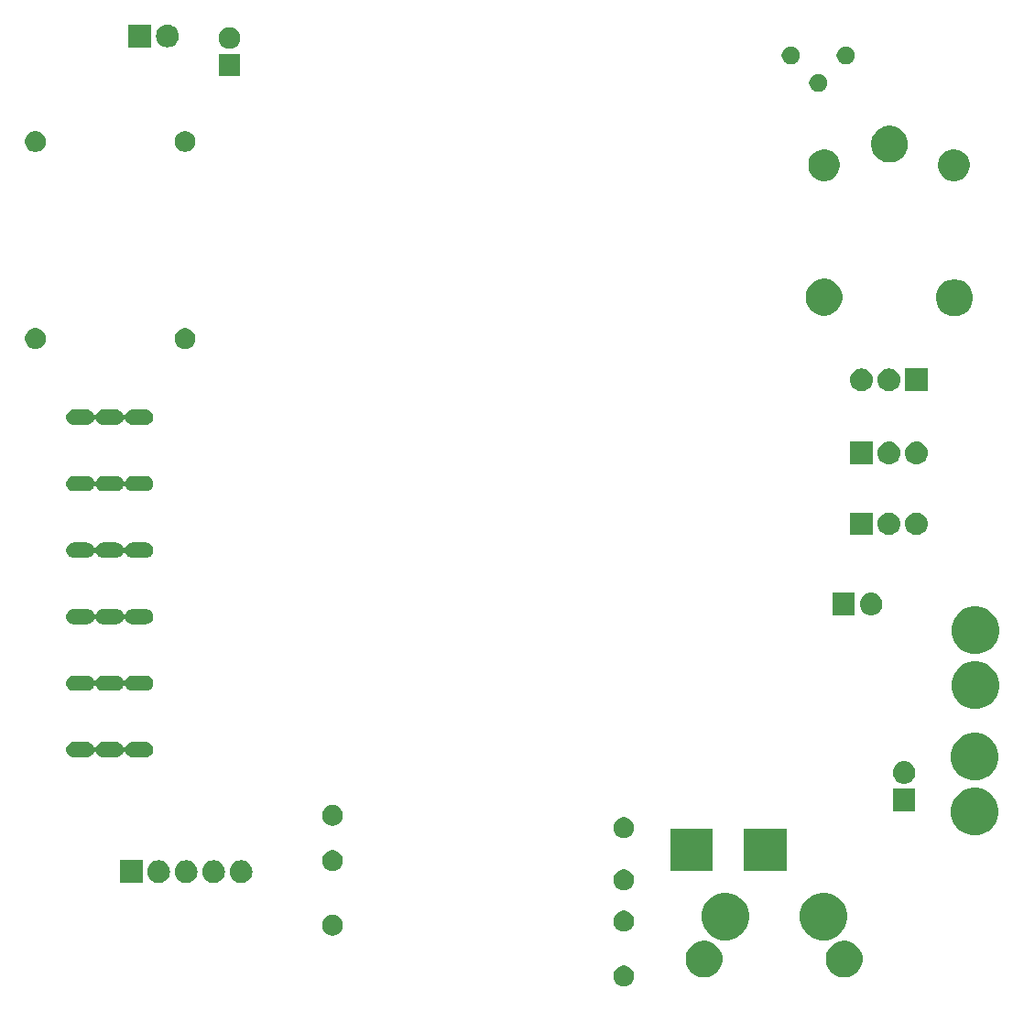
<source format=gts>
G04 #@! TF.GenerationSoftware,KiCad,Pcbnew,(6.0.0-rc1-dev-637-g704615721)*
G04 #@! TF.CreationDate,2018-10-01T23:53:43+02:00*
G04 #@! TF.ProjectId,fan-v1.0,66616E2D76312E302E6B696361645F70,rev?*
G04 #@! TF.SameCoordinates,Original*
G04 #@! TF.FileFunction,Soldermask,Top*
G04 #@! TF.FilePolarity,Negative*
%FSLAX46Y46*%
G04 Gerber Fmt 4.6, Leading zero omitted, Abs format (unit mm)*
G04 Created by KiCad (PCBNEW (6.0.0-rc1-dev-637-g704615721)) date 10/01/18 23:53:43*
%MOMM*%
%LPD*%
G01*
G04 APERTURE LIST*
%ADD10C,0.100000*%
G04 APERTURE END LIST*
D10*
G36*
X117476203Y-124931968D02*
X117476206Y-124931969D01*
X117476205Y-124931969D01*
X117651278Y-125004486D01*
X117651279Y-125004487D01*
X117808841Y-125109767D01*
X117942833Y-125243759D01*
X117942834Y-125243761D01*
X118048114Y-125401322D01*
X118104203Y-125536734D01*
X118120632Y-125576397D01*
X118157600Y-125762250D01*
X118157600Y-125951750D01*
X118120632Y-126137603D01*
X118120631Y-126137605D01*
X118048114Y-126312678D01*
X118048113Y-126312679D01*
X117942833Y-126470241D01*
X117808841Y-126604233D01*
X117729523Y-126657232D01*
X117651278Y-126709514D01*
X117515866Y-126765603D01*
X117476203Y-126782032D01*
X117290350Y-126819000D01*
X117100850Y-126819000D01*
X116914997Y-126782032D01*
X116875334Y-126765603D01*
X116739922Y-126709514D01*
X116661677Y-126657232D01*
X116582359Y-126604233D01*
X116448367Y-126470241D01*
X116343087Y-126312679D01*
X116343086Y-126312678D01*
X116270569Y-126137605D01*
X116270568Y-126137603D01*
X116233600Y-125951750D01*
X116233600Y-125762250D01*
X116270568Y-125576397D01*
X116286997Y-125536734D01*
X116343086Y-125401322D01*
X116448366Y-125243761D01*
X116448367Y-125243759D01*
X116582359Y-125109767D01*
X116739921Y-125004487D01*
X116739922Y-125004486D01*
X116914995Y-124931969D01*
X116914994Y-124931969D01*
X116914997Y-124931968D01*
X117100850Y-124895000D01*
X117290350Y-124895000D01*
X117476203Y-124931968D01*
X117476203Y-124931968D01*
G37*
G36*
X137952793Y-122638453D02*
X138062272Y-122660230D01*
X138371652Y-122788379D01*
X138650087Y-122974423D01*
X138886877Y-123211213D01*
X139072921Y-123489648D01*
X139201070Y-123799028D01*
X139266400Y-124127465D01*
X139266400Y-124462335D01*
X139201070Y-124790772D01*
X139072921Y-125100152D01*
X138886877Y-125378587D01*
X138650087Y-125615377D01*
X138371652Y-125801421D01*
X138062272Y-125929570D01*
X137952793Y-125951347D01*
X137733837Y-125994900D01*
X137398963Y-125994900D01*
X137180007Y-125951347D01*
X137070528Y-125929570D01*
X136761148Y-125801421D01*
X136482713Y-125615377D01*
X136245923Y-125378587D01*
X136059879Y-125100152D01*
X135931730Y-124790772D01*
X135866400Y-124462335D01*
X135866400Y-124127465D01*
X135931730Y-123799028D01*
X136059879Y-123489648D01*
X136245923Y-123211213D01*
X136482713Y-122974423D01*
X136761148Y-122788379D01*
X137070528Y-122660230D01*
X137180007Y-122638453D01*
X137398963Y-122594900D01*
X137733837Y-122594900D01*
X137952793Y-122638453D01*
X137952793Y-122638453D01*
G37*
G36*
X124998793Y-122638453D02*
X125108272Y-122660230D01*
X125417652Y-122788379D01*
X125696087Y-122974423D01*
X125932877Y-123211213D01*
X126118921Y-123489648D01*
X126247070Y-123799028D01*
X126312400Y-124127465D01*
X126312400Y-124462335D01*
X126247070Y-124790772D01*
X126118921Y-125100152D01*
X125932877Y-125378587D01*
X125696087Y-125615377D01*
X125417652Y-125801421D01*
X125108272Y-125929570D01*
X124998793Y-125951347D01*
X124779837Y-125994900D01*
X124444963Y-125994900D01*
X124226007Y-125951347D01*
X124116528Y-125929570D01*
X123807148Y-125801421D01*
X123528713Y-125615377D01*
X123291923Y-125378587D01*
X123105879Y-125100152D01*
X122977730Y-124790772D01*
X122912400Y-124462335D01*
X122912400Y-124127465D01*
X122977730Y-123799028D01*
X123105879Y-123489648D01*
X123291923Y-123211213D01*
X123528713Y-122974423D01*
X123807148Y-122788379D01*
X124116528Y-122660230D01*
X124226007Y-122638453D01*
X124444963Y-122594900D01*
X124779837Y-122594900D01*
X124998793Y-122638453D01*
X124998793Y-122638453D01*
G37*
G36*
X127222616Y-118242444D02*
X127622990Y-118408284D01*
X127983321Y-118649050D01*
X128289750Y-118955479D01*
X128530516Y-119315810D01*
X128696356Y-119716184D01*
X128780900Y-120141217D01*
X128780900Y-120574583D01*
X128696356Y-120999616D01*
X128530516Y-121399990D01*
X128289750Y-121760321D01*
X127983321Y-122066750D01*
X127622990Y-122307516D01*
X127222616Y-122473356D01*
X126797583Y-122557900D01*
X126364217Y-122557900D01*
X125939184Y-122473356D01*
X125538810Y-122307516D01*
X125178479Y-122066750D01*
X124872050Y-121760321D01*
X124631284Y-121399990D01*
X124465444Y-120999616D01*
X124380900Y-120574583D01*
X124380900Y-120141217D01*
X124465444Y-119716184D01*
X124631284Y-119315810D01*
X124872050Y-118955479D01*
X125178479Y-118649050D01*
X125538810Y-118408284D01*
X125939184Y-118242444D01*
X126364217Y-118157900D01*
X126797583Y-118157900D01*
X127222616Y-118242444D01*
X127222616Y-118242444D01*
G37*
G36*
X136303116Y-118242444D02*
X136703490Y-118408284D01*
X137063821Y-118649050D01*
X137370250Y-118955479D01*
X137611016Y-119315810D01*
X137776856Y-119716184D01*
X137861400Y-120141217D01*
X137861400Y-120574583D01*
X137776856Y-120999616D01*
X137611016Y-121399990D01*
X137370250Y-121760321D01*
X137063821Y-122066750D01*
X136703490Y-122307516D01*
X136303116Y-122473356D01*
X135878083Y-122557900D01*
X135444717Y-122557900D01*
X135019684Y-122473356D01*
X134619310Y-122307516D01*
X134258979Y-122066750D01*
X133952550Y-121760321D01*
X133711784Y-121399990D01*
X133545944Y-120999616D01*
X133461400Y-120574583D01*
X133461400Y-120141217D01*
X133545944Y-119716184D01*
X133711784Y-119315810D01*
X133952550Y-118955479D01*
X134258979Y-118649050D01*
X134619310Y-118408284D01*
X135019684Y-118242444D01*
X135444717Y-118157900D01*
X135878083Y-118157900D01*
X136303116Y-118242444D01*
X136303116Y-118242444D01*
G37*
G36*
X90552203Y-120232968D02*
X90552206Y-120232969D01*
X90552205Y-120232969D01*
X90727278Y-120305486D01*
X90750978Y-120321322D01*
X90884841Y-120410767D01*
X91018833Y-120544759D01*
X91038761Y-120574583D01*
X91124114Y-120702322D01*
X91180203Y-120837734D01*
X91196632Y-120877397D01*
X91233600Y-121063250D01*
X91233600Y-121252750D01*
X91196632Y-121438603D01*
X91196631Y-121438605D01*
X91124114Y-121613678D01*
X91071832Y-121691923D01*
X91018833Y-121771241D01*
X90884841Y-121905233D01*
X90805523Y-121958232D01*
X90727278Y-122010514D01*
X90591866Y-122066603D01*
X90552203Y-122083032D01*
X90366350Y-122120000D01*
X90176850Y-122120000D01*
X89990997Y-122083032D01*
X89951334Y-122066603D01*
X89815922Y-122010514D01*
X89737677Y-121958232D01*
X89658359Y-121905233D01*
X89524367Y-121771241D01*
X89471368Y-121691923D01*
X89419086Y-121613678D01*
X89346569Y-121438605D01*
X89346568Y-121438603D01*
X89309600Y-121252750D01*
X89309600Y-121063250D01*
X89346568Y-120877397D01*
X89362997Y-120837734D01*
X89419086Y-120702322D01*
X89504439Y-120574583D01*
X89524367Y-120544759D01*
X89658359Y-120410767D01*
X89792222Y-120321322D01*
X89815922Y-120305486D01*
X89990995Y-120232969D01*
X89990994Y-120232969D01*
X89990997Y-120232968D01*
X90176850Y-120196000D01*
X90366350Y-120196000D01*
X90552203Y-120232968D01*
X90552203Y-120232968D01*
G37*
G36*
X117476203Y-119851968D02*
X117476206Y-119851969D01*
X117476205Y-119851969D01*
X117651278Y-119924486D01*
X117651279Y-119924487D01*
X117808841Y-120029767D01*
X117942833Y-120163759D01*
X117942834Y-120163761D01*
X118048114Y-120321322D01*
X118085163Y-120410767D01*
X118120632Y-120496397D01*
X118157600Y-120682250D01*
X118157600Y-120871750D01*
X118120632Y-121057603D01*
X118104203Y-121097266D01*
X118048114Y-121232678D01*
X118048113Y-121232679D01*
X117942833Y-121390241D01*
X117808841Y-121524233D01*
X117729523Y-121577232D01*
X117651278Y-121629514D01*
X117515866Y-121685603D01*
X117476203Y-121702032D01*
X117290350Y-121739000D01*
X117100850Y-121739000D01*
X116914997Y-121702032D01*
X116875334Y-121685603D01*
X116739922Y-121629514D01*
X116661677Y-121577232D01*
X116582359Y-121524233D01*
X116448367Y-121390241D01*
X116343087Y-121232679D01*
X116343086Y-121232678D01*
X116286997Y-121097266D01*
X116270568Y-121057603D01*
X116233600Y-120871750D01*
X116233600Y-120682250D01*
X116270568Y-120496397D01*
X116306037Y-120410767D01*
X116343086Y-120321322D01*
X116448366Y-120163761D01*
X116448367Y-120163759D01*
X116582359Y-120029767D01*
X116739921Y-119924487D01*
X116739922Y-119924486D01*
X116914995Y-119851969D01*
X116914994Y-119851969D01*
X116914997Y-119851968D01*
X117100850Y-119815000D01*
X117290350Y-119815000D01*
X117476203Y-119851968D01*
X117476203Y-119851968D01*
G37*
G36*
X117476203Y-116041968D02*
X117476206Y-116041969D01*
X117476205Y-116041969D01*
X117651278Y-116114486D01*
X117651279Y-116114487D01*
X117808841Y-116219767D01*
X117942833Y-116353759D01*
X117942834Y-116353761D01*
X118048114Y-116511322D01*
X118088475Y-116608763D01*
X118120632Y-116686397D01*
X118157600Y-116872250D01*
X118157600Y-117061750D01*
X118120632Y-117247603D01*
X118120631Y-117247605D01*
X118048114Y-117422678D01*
X118048113Y-117422679D01*
X117942833Y-117580241D01*
X117808841Y-117714233D01*
X117729523Y-117767232D01*
X117651278Y-117819514D01*
X117515866Y-117875603D01*
X117476203Y-117892032D01*
X117290350Y-117929000D01*
X117100850Y-117929000D01*
X116914997Y-117892032D01*
X116875334Y-117875603D01*
X116739922Y-117819514D01*
X116661677Y-117767232D01*
X116582359Y-117714233D01*
X116448367Y-117580241D01*
X116343087Y-117422679D01*
X116343086Y-117422678D01*
X116270569Y-117247605D01*
X116270568Y-117247603D01*
X116233600Y-117061750D01*
X116233600Y-116872250D01*
X116270568Y-116686397D01*
X116302725Y-116608763D01*
X116343086Y-116511322D01*
X116448366Y-116353761D01*
X116448367Y-116353759D01*
X116582359Y-116219767D01*
X116739921Y-116114487D01*
X116739922Y-116114486D01*
X116914995Y-116041969D01*
X116914994Y-116041969D01*
X116914997Y-116041968D01*
X117100850Y-116005000D01*
X117290350Y-116005000D01*
X117476203Y-116041968D01*
X117476203Y-116041968D01*
G37*
G36*
X81942107Y-115162596D02*
X82019236Y-115170193D01*
X82151187Y-115210220D01*
X82217163Y-115230233D01*
X82399572Y-115327733D01*
X82559454Y-115458946D01*
X82690667Y-115618828D01*
X82788167Y-115801237D01*
X82808180Y-115867213D01*
X82848207Y-115999164D01*
X82868480Y-116205000D01*
X82848207Y-116410836D01*
X82817725Y-116511321D01*
X82788167Y-116608763D01*
X82690667Y-116791172D01*
X82559454Y-116951054D01*
X82399572Y-117082267D01*
X82217163Y-117179767D01*
X82151187Y-117199780D01*
X82019236Y-117239807D01*
X81942107Y-117247404D01*
X81864980Y-117255000D01*
X81761820Y-117255000D01*
X81684693Y-117247404D01*
X81607564Y-117239807D01*
X81475613Y-117199780D01*
X81409637Y-117179767D01*
X81227228Y-117082267D01*
X81067346Y-116951054D01*
X80936133Y-116791172D01*
X80838633Y-116608763D01*
X80809075Y-116511321D01*
X80778593Y-116410836D01*
X80758320Y-116205000D01*
X80778593Y-115999164D01*
X80818620Y-115867213D01*
X80838633Y-115801237D01*
X80936133Y-115618828D01*
X81067346Y-115458946D01*
X81227228Y-115327733D01*
X81409637Y-115230233D01*
X81475613Y-115210220D01*
X81607564Y-115170193D01*
X81684693Y-115162596D01*
X81761820Y-115155000D01*
X81864980Y-115155000D01*
X81942107Y-115162596D01*
X81942107Y-115162596D01*
G37*
G36*
X72703400Y-117255000D02*
X70603400Y-117255000D01*
X70603400Y-115155000D01*
X72703400Y-115155000D01*
X72703400Y-117255000D01*
X72703400Y-117255000D01*
G37*
G36*
X79402107Y-115162596D02*
X79479236Y-115170193D01*
X79611187Y-115210220D01*
X79677163Y-115230233D01*
X79859572Y-115327733D01*
X80019454Y-115458946D01*
X80150667Y-115618828D01*
X80248167Y-115801237D01*
X80268180Y-115867213D01*
X80308207Y-115999164D01*
X80328480Y-116205000D01*
X80308207Y-116410836D01*
X80277725Y-116511321D01*
X80248167Y-116608763D01*
X80150667Y-116791172D01*
X80019454Y-116951054D01*
X79859572Y-117082267D01*
X79677163Y-117179767D01*
X79611187Y-117199780D01*
X79479236Y-117239807D01*
X79402107Y-117247404D01*
X79324980Y-117255000D01*
X79221820Y-117255000D01*
X79144693Y-117247404D01*
X79067564Y-117239807D01*
X78935613Y-117199780D01*
X78869637Y-117179767D01*
X78687228Y-117082267D01*
X78527346Y-116951054D01*
X78396133Y-116791172D01*
X78298633Y-116608763D01*
X78269075Y-116511321D01*
X78238593Y-116410836D01*
X78218320Y-116205000D01*
X78238593Y-115999164D01*
X78278620Y-115867213D01*
X78298633Y-115801237D01*
X78396133Y-115618828D01*
X78527346Y-115458946D01*
X78687228Y-115327733D01*
X78869637Y-115230233D01*
X78935613Y-115210220D01*
X79067564Y-115170193D01*
X79144693Y-115162596D01*
X79221820Y-115155000D01*
X79324980Y-115155000D01*
X79402107Y-115162596D01*
X79402107Y-115162596D01*
G37*
G36*
X76862107Y-115162596D02*
X76939236Y-115170193D01*
X77071187Y-115210220D01*
X77137163Y-115230233D01*
X77319572Y-115327733D01*
X77479454Y-115458946D01*
X77610667Y-115618828D01*
X77708167Y-115801237D01*
X77728180Y-115867213D01*
X77768207Y-115999164D01*
X77788480Y-116205000D01*
X77768207Y-116410836D01*
X77737725Y-116511321D01*
X77708167Y-116608763D01*
X77610667Y-116791172D01*
X77479454Y-116951054D01*
X77319572Y-117082267D01*
X77137163Y-117179767D01*
X77071187Y-117199780D01*
X76939236Y-117239807D01*
X76862107Y-117247404D01*
X76784980Y-117255000D01*
X76681820Y-117255000D01*
X76604693Y-117247404D01*
X76527564Y-117239807D01*
X76395613Y-117199780D01*
X76329637Y-117179767D01*
X76147228Y-117082267D01*
X75987346Y-116951054D01*
X75856133Y-116791172D01*
X75758633Y-116608763D01*
X75729075Y-116511321D01*
X75698593Y-116410836D01*
X75678320Y-116205000D01*
X75698593Y-115999164D01*
X75738620Y-115867213D01*
X75758633Y-115801237D01*
X75856133Y-115618828D01*
X75987346Y-115458946D01*
X76147228Y-115327733D01*
X76329637Y-115230233D01*
X76395613Y-115210220D01*
X76527564Y-115170193D01*
X76604693Y-115162596D01*
X76681820Y-115155000D01*
X76784980Y-115155000D01*
X76862107Y-115162596D01*
X76862107Y-115162596D01*
G37*
G36*
X74322107Y-115162596D02*
X74399236Y-115170193D01*
X74531187Y-115210220D01*
X74597163Y-115230233D01*
X74779572Y-115327733D01*
X74939454Y-115458946D01*
X75070667Y-115618828D01*
X75168167Y-115801237D01*
X75188180Y-115867213D01*
X75228207Y-115999164D01*
X75248480Y-116205000D01*
X75228207Y-116410836D01*
X75197725Y-116511321D01*
X75168167Y-116608763D01*
X75070667Y-116791172D01*
X74939454Y-116951054D01*
X74779572Y-117082267D01*
X74597163Y-117179767D01*
X74531187Y-117199780D01*
X74399236Y-117239807D01*
X74322107Y-117247404D01*
X74244980Y-117255000D01*
X74141820Y-117255000D01*
X74064693Y-117247404D01*
X73987564Y-117239807D01*
X73855613Y-117199780D01*
X73789637Y-117179767D01*
X73607228Y-117082267D01*
X73447346Y-116951054D01*
X73316133Y-116791172D01*
X73218633Y-116608763D01*
X73189075Y-116511321D01*
X73158593Y-116410836D01*
X73138320Y-116205000D01*
X73158593Y-115999164D01*
X73198620Y-115867213D01*
X73218633Y-115801237D01*
X73316133Y-115618828D01*
X73447346Y-115458946D01*
X73607228Y-115327733D01*
X73789637Y-115230233D01*
X73855613Y-115210220D01*
X73987564Y-115170193D01*
X74064693Y-115162596D01*
X74141820Y-115155000D01*
X74244980Y-115155000D01*
X74322107Y-115162596D01*
X74322107Y-115162596D01*
G37*
G36*
X90552203Y-114263968D02*
X90552206Y-114263969D01*
X90552205Y-114263969D01*
X90727278Y-114336486D01*
X90727279Y-114336487D01*
X90884841Y-114441767D01*
X91018833Y-114575759D01*
X91018834Y-114575761D01*
X91124114Y-114733322D01*
X91180203Y-114868734D01*
X91196632Y-114908397D01*
X91233600Y-115094250D01*
X91233600Y-115283750D01*
X91196632Y-115469603D01*
X91196631Y-115469605D01*
X91124114Y-115644678D01*
X91124113Y-115644679D01*
X91018833Y-115802241D01*
X90884841Y-115936233D01*
X90805523Y-115989232D01*
X90727278Y-116041514D01*
X90591866Y-116097603D01*
X90552203Y-116114032D01*
X90366350Y-116151000D01*
X90176850Y-116151000D01*
X89990997Y-116114032D01*
X89951334Y-116097603D01*
X89815922Y-116041514D01*
X89737677Y-115989232D01*
X89658359Y-115936233D01*
X89524367Y-115802241D01*
X89419087Y-115644679D01*
X89419086Y-115644678D01*
X89346569Y-115469605D01*
X89346568Y-115469603D01*
X89309600Y-115283750D01*
X89309600Y-115094250D01*
X89346568Y-114908397D01*
X89362997Y-114868734D01*
X89419086Y-114733322D01*
X89524366Y-114575761D01*
X89524367Y-114575759D01*
X89658359Y-114441767D01*
X89815921Y-114336487D01*
X89815922Y-114336486D01*
X89990995Y-114263969D01*
X89990994Y-114263969D01*
X89990997Y-114263968D01*
X90176850Y-114227000D01*
X90366350Y-114227000D01*
X90552203Y-114263968D01*
X90552203Y-114263968D01*
G37*
G36*
X125426600Y-116123000D02*
X121526600Y-116123000D01*
X121526600Y-112223000D01*
X125426600Y-112223000D01*
X125426600Y-116123000D01*
X125426600Y-116123000D01*
G37*
G36*
X132226600Y-116123000D02*
X128326600Y-116123000D01*
X128326600Y-112223000D01*
X132226600Y-112223000D01*
X132226600Y-116123000D01*
X132226600Y-116123000D01*
G37*
G36*
X117476203Y-111215968D02*
X117476206Y-111215969D01*
X117476205Y-111215969D01*
X117651278Y-111288486D01*
X117651279Y-111288487D01*
X117808841Y-111393767D01*
X117942833Y-111527759D01*
X117942834Y-111527761D01*
X118048114Y-111685322D01*
X118072930Y-111745234D01*
X118120632Y-111860397D01*
X118157600Y-112046250D01*
X118157600Y-112235750D01*
X118120632Y-112421603D01*
X118120631Y-112421605D01*
X118048114Y-112596678D01*
X118048113Y-112596679D01*
X117942833Y-112754241D01*
X117808841Y-112888233D01*
X117729523Y-112941232D01*
X117651278Y-112993514D01*
X117515866Y-113049603D01*
X117476203Y-113066032D01*
X117290350Y-113103000D01*
X117100850Y-113103000D01*
X116914997Y-113066032D01*
X116875334Y-113049603D01*
X116739922Y-112993514D01*
X116661677Y-112941232D01*
X116582359Y-112888233D01*
X116448367Y-112754241D01*
X116343087Y-112596679D01*
X116343086Y-112596678D01*
X116270569Y-112421605D01*
X116270568Y-112421603D01*
X116233600Y-112235750D01*
X116233600Y-112046250D01*
X116270568Y-111860397D01*
X116318270Y-111745234D01*
X116343086Y-111685322D01*
X116448366Y-111527761D01*
X116448367Y-111527759D01*
X116582359Y-111393767D01*
X116739921Y-111288487D01*
X116739922Y-111288486D01*
X116914995Y-111215969D01*
X116914994Y-111215969D01*
X116914997Y-111215968D01*
X117100850Y-111179000D01*
X117290350Y-111179000D01*
X117476203Y-111215968D01*
X117476203Y-111215968D01*
G37*
G36*
X150273116Y-108552344D02*
X150673490Y-108718184D01*
X151033821Y-108958950D01*
X151340250Y-109265379D01*
X151581016Y-109625710D01*
X151746856Y-110026084D01*
X151831400Y-110451117D01*
X151831400Y-110884483D01*
X151746856Y-111309516D01*
X151581016Y-111709890D01*
X151340250Y-112070221D01*
X151033821Y-112376650D01*
X150673490Y-112617416D01*
X150273116Y-112783256D01*
X149848083Y-112867800D01*
X149414717Y-112867800D01*
X148989684Y-112783256D01*
X148589310Y-112617416D01*
X148228979Y-112376650D01*
X147922550Y-112070221D01*
X147681784Y-111709890D01*
X147515944Y-111309516D01*
X147431400Y-110884483D01*
X147431400Y-110451117D01*
X147515944Y-110026084D01*
X147681784Y-109625710D01*
X147922550Y-109265379D01*
X148228979Y-108958950D01*
X148589310Y-108718184D01*
X148989684Y-108552344D01*
X149414717Y-108467800D01*
X149848083Y-108467800D01*
X150273116Y-108552344D01*
X150273116Y-108552344D01*
G37*
G36*
X90552203Y-110072968D02*
X90552206Y-110072969D01*
X90552205Y-110072969D01*
X90727278Y-110145486D01*
X90727279Y-110145487D01*
X90884841Y-110250767D01*
X91018833Y-110384759D01*
X91071832Y-110464077D01*
X91124114Y-110542322D01*
X91180203Y-110677734D01*
X91196632Y-110717397D01*
X91233600Y-110903250D01*
X91233600Y-111092750D01*
X91196632Y-111278603D01*
X91196631Y-111278605D01*
X91124114Y-111453678D01*
X91124113Y-111453679D01*
X91018833Y-111611241D01*
X90884841Y-111745233D01*
X90805523Y-111798232D01*
X90727278Y-111850514D01*
X90591866Y-111906603D01*
X90552203Y-111923032D01*
X90366350Y-111960000D01*
X90176850Y-111960000D01*
X89990997Y-111923032D01*
X89951334Y-111906603D01*
X89815922Y-111850514D01*
X89737677Y-111798232D01*
X89658359Y-111745233D01*
X89524367Y-111611241D01*
X89419087Y-111453679D01*
X89419086Y-111453678D01*
X89346569Y-111278605D01*
X89346568Y-111278603D01*
X89309600Y-111092750D01*
X89309600Y-110903250D01*
X89346568Y-110717397D01*
X89362997Y-110677734D01*
X89419086Y-110542322D01*
X89471368Y-110464077D01*
X89524367Y-110384759D01*
X89658359Y-110250767D01*
X89815921Y-110145487D01*
X89815922Y-110145486D01*
X89990995Y-110072969D01*
X89990994Y-110072969D01*
X89990997Y-110072968D01*
X90176850Y-110036000D01*
X90366350Y-110036000D01*
X90552203Y-110072968D01*
X90552203Y-110072968D01*
G37*
G36*
X144153600Y-110625600D02*
X142053600Y-110625600D01*
X142053600Y-108525600D01*
X144153600Y-108525600D01*
X144153600Y-110625600D01*
X144153600Y-110625600D01*
G37*
G36*
X143232307Y-105993197D02*
X143309436Y-106000793D01*
X143441387Y-106040820D01*
X143507363Y-106060833D01*
X143689772Y-106158333D01*
X143849654Y-106289546D01*
X143980867Y-106449428D01*
X144078367Y-106631837D01*
X144078367Y-106631838D01*
X144138407Y-106829764D01*
X144158680Y-107035600D01*
X144138407Y-107241436D01*
X144121658Y-107296650D01*
X144078367Y-107439363D01*
X143980867Y-107621772D01*
X143849654Y-107781654D01*
X143689772Y-107912867D01*
X143507363Y-108010367D01*
X143441387Y-108030380D01*
X143309436Y-108070407D01*
X143232307Y-108078003D01*
X143155180Y-108085600D01*
X143052020Y-108085600D01*
X142974893Y-108078003D01*
X142897764Y-108070407D01*
X142765813Y-108030380D01*
X142699837Y-108010367D01*
X142517428Y-107912867D01*
X142357546Y-107781654D01*
X142226333Y-107621772D01*
X142128833Y-107439363D01*
X142085542Y-107296650D01*
X142068793Y-107241436D01*
X142048520Y-107035600D01*
X142068793Y-106829764D01*
X142128833Y-106631838D01*
X142128833Y-106631837D01*
X142226333Y-106449428D01*
X142357546Y-106289546D01*
X142517428Y-106158333D01*
X142699837Y-106060833D01*
X142765813Y-106040820D01*
X142897764Y-106000793D01*
X142974893Y-105993197D01*
X143052020Y-105985600D01*
X143155180Y-105985600D01*
X143232307Y-105993197D01*
X143232307Y-105993197D01*
G37*
G36*
X150273116Y-103472344D02*
X150673490Y-103638184D01*
X151033821Y-103878950D01*
X151340250Y-104185379D01*
X151581016Y-104545710D01*
X151746856Y-104946084D01*
X151831400Y-105371117D01*
X151831400Y-105804483D01*
X151746856Y-106229516D01*
X151581016Y-106629890D01*
X151340250Y-106990221D01*
X151033821Y-107296650D01*
X150673490Y-107537416D01*
X150273116Y-107703256D01*
X149848083Y-107787800D01*
X149414717Y-107787800D01*
X148989684Y-107703256D01*
X148589310Y-107537416D01*
X148228979Y-107296650D01*
X147922550Y-106990221D01*
X147681784Y-106629890D01*
X147515944Y-106229516D01*
X147431400Y-105804483D01*
X147431400Y-105371117D01*
X147515944Y-104946084D01*
X147681784Y-104545710D01*
X147922550Y-104185379D01*
X148228979Y-103878950D01*
X148589310Y-103638184D01*
X148989684Y-103472344D01*
X149414717Y-103387800D01*
X149848083Y-103387800D01*
X150273116Y-103472344D01*
X150273116Y-103472344D01*
G37*
G36*
X67691624Y-104237528D02*
X67823575Y-104277555D01*
X67945181Y-104342555D01*
X68051770Y-104430030D01*
X68139245Y-104536619D01*
X68203065Y-104656018D01*
X68216674Y-104676384D01*
X68234001Y-104693711D01*
X68254375Y-104707325D01*
X68277014Y-104716703D01*
X68301048Y-104721483D01*
X68325552Y-104721483D01*
X68349586Y-104716703D01*
X68372225Y-104707325D01*
X68392599Y-104693711D01*
X68409926Y-104676384D01*
X68423535Y-104656018D01*
X68487355Y-104536619D01*
X68574830Y-104430030D01*
X68681419Y-104342555D01*
X68803025Y-104277555D01*
X68934976Y-104237528D01*
X69037810Y-104227400D01*
X70306590Y-104227400D01*
X70409424Y-104237528D01*
X70541375Y-104277555D01*
X70662981Y-104342555D01*
X70769570Y-104430030D01*
X70857045Y-104536619D01*
X70920865Y-104656018D01*
X70934474Y-104676384D01*
X70951801Y-104693711D01*
X70972175Y-104707325D01*
X70994814Y-104716703D01*
X71018848Y-104721483D01*
X71043352Y-104721483D01*
X71067386Y-104716703D01*
X71090025Y-104707325D01*
X71110399Y-104693711D01*
X71127726Y-104676384D01*
X71141335Y-104656018D01*
X71205155Y-104536619D01*
X71292630Y-104430030D01*
X71399219Y-104342555D01*
X71520825Y-104277555D01*
X71652776Y-104237528D01*
X71755610Y-104227400D01*
X73024390Y-104227400D01*
X73127224Y-104237528D01*
X73259175Y-104277555D01*
X73380781Y-104342555D01*
X73487370Y-104430030D01*
X73574845Y-104536619D01*
X73639845Y-104658225D01*
X73679872Y-104790176D01*
X73693387Y-104927400D01*
X73679872Y-105064624D01*
X73639845Y-105196575D01*
X73574845Y-105318181D01*
X73487370Y-105424770D01*
X73380781Y-105512245D01*
X73259175Y-105577245D01*
X73127224Y-105617272D01*
X73024390Y-105627400D01*
X71755610Y-105627400D01*
X71652776Y-105617272D01*
X71520825Y-105577245D01*
X71399219Y-105512245D01*
X71292630Y-105424770D01*
X71205155Y-105318181D01*
X71141335Y-105198782D01*
X71127726Y-105178416D01*
X71110399Y-105161089D01*
X71090025Y-105147475D01*
X71067386Y-105138097D01*
X71043352Y-105133317D01*
X71018848Y-105133317D01*
X70994814Y-105138097D01*
X70972175Y-105147475D01*
X70951801Y-105161089D01*
X70934474Y-105178416D01*
X70920865Y-105198782D01*
X70857045Y-105318181D01*
X70769570Y-105424770D01*
X70662981Y-105512245D01*
X70541375Y-105577245D01*
X70409424Y-105617272D01*
X70306590Y-105627400D01*
X69037810Y-105627400D01*
X68934976Y-105617272D01*
X68803025Y-105577245D01*
X68681419Y-105512245D01*
X68574830Y-105424770D01*
X68487355Y-105318181D01*
X68423535Y-105198782D01*
X68409926Y-105178416D01*
X68392599Y-105161089D01*
X68372225Y-105147475D01*
X68349586Y-105138097D01*
X68325552Y-105133317D01*
X68301048Y-105133317D01*
X68277014Y-105138097D01*
X68254375Y-105147475D01*
X68234001Y-105161089D01*
X68216674Y-105178416D01*
X68203065Y-105198782D01*
X68139245Y-105318181D01*
X68051770Y-105424770D01*
X67945181Y-105512245D01*
X67823575Y-105577245D01*
X67691624Y-105617272D01*
X67588790Y-105627400D01*
X66320010Y-105627400D01*
X66217176Y-105617272D01*
X66085225Y-105577245D01*
X65963619Y-105512245D01*
X65857030Y-105424770D01*
X65769555Y-105318181D01*
X65704555Y-105196575D01*
X65664528Y-105064624D01*
X65651013Y-104927400D01*
X65664528Y-104790176D01*
X65704555Y-104658225D01*
X65769555Y-104536619D01*
X65857030Y-104430030D01*
X65963619Y-104342555D01*
X66085225Y-104277555D01*
X66217176Y-104237528D01*
X66320010Y-104227400D01*
X67588790Y-104227400D01*
X67691624Y-104237528D01*
X67691624Y-104237528D01*
G37*
G36*
X150323916Y-96868344D02*
X150724290Y-97034184D01*
X151084621Y-97274950D01*
X151391050Y-97581379D01*
X151631816Y-97941710D01*
X151797656Y-98342084D01*
X151882200Y-98767117D01*
X151882200Y-99200483D01*
X151797656Y-99625516D01*
X151631816Y-100025890D01*
X151391050Y-100386221D01*
X151084621Y-100692650D01*
X150724290Y-100933416D01*
X150323916Y-101099256D01*
X149898883Y-101183800D01*
X149465517Y-101183800D01*
X149040484Y-101099256D01*
X148640110Y-100933416D01*
X148279779Y-100692650D01*
X147973350Y-100386221D01*
X147732584Y-100025890D01*
X147566744Y-99625516D01*
X147482200Y-99200483D01*
X147482200Y-98767117D01*
X147566744Y-98342084D01*
X147732584Y-97941710D01*
X147973350Y-97581379D01*
X148279779Y-97274950D01*
X148640110Y-97034184D01*
X149040484Y-96868344D01*
X149465517Y-96783800D01*
X149898883Y-96783800D01*
X150323916Y-96868344D01*
X150323916Y-96868344D01*
G37*
G36*
X67691624Y-98090728D02*
X67823575Y-98130755D01*
X67945181Y-98195755D01*
X68051770Y-98283230D01*
X68139245Y-98389819D01*
X68203065Y-98509218D01*
X68216674Y-98529584D01*
X68234001Y-98546911D01*
X68254375Y-98560525D01*
X68277014Y-98569903D01*
X68301048Y-98574683D01*
X68325552Y-98574683D01*
X68349586Y-98569903D01*
X68372225Y-98560525D01*
X68392599Y-98546911D01*
X68409926Y-98529584D01*
X68423535Y-98509218D01*
X68487355Y-98389819D01*
X68574830Y-98283230D01*
X68681419Y-98195755D01*
X68803025Y-98130755D01*
X68934976Y-98090728D01*
X69037810Y-98080600D01*
X70306590Y-98080600D01*
X70409424Y-98090728D01*
X70541375Y-98130755D01*
X70662981Y-98195755D01*
X70769570Y-98283230D01*
X70857045Y-98389819D01*
X70920865Y-98509218D01*
X70934474Y-98529584D01*
X70951801Y-98546911D01*
X70972175Y-98560525D01*
X70994814Y-98569903D01*
X71018848Y-98574683D01*
X71043352Y-98574683D01*
X71067386Y-98569903D01*
X71090025Y-98560525D01*
X71110399Y-98546911D01*
X71127726Y-98529584D01*
X71141335Y-98509218D01*
X71205155Y-98389819D01*
X71292630Y-98283230D01*
X71399219Y-98195755D01*
X71520825Y-98130755D01*
X71652776Y-98090728D01*
X71755610Y-98080600D01*
X73024390Y-98080600D01*
X73127224Y-98090728D01*
X73259175Y-98130755D01*
X73380781Y-98195755D01*
X73487370Y-98283230D01*
X73574845Y-98389819D01*
X73639845Y-98511425D01*
X73679872Y-98643376D01*
X73693387Y-98780600D01*
X73679872Y-98917824D01*
X73639845Y-99049775D01*
X73574845Y-99171381D01*
X73487370Y-99277970D01*
X73380781Y-99365445D01*
X73259175Y-99430445D01*
X73127224Y-99470472D01*
X73024390Y-99480600D01*
X71755610Y-99480600D01*
X71652776Y-99470472D01*
X71520825Y-99430445D01*
X71399219Y-99365445D01*
X71292630Y-99277970D01*
X71205155Y-99171381D01*
X71141335Y-99051982D01*
X71127726Y-99031616D01*
X71110399Y-99014289D01*
X71090025Y-99000675D01*
X71067386Y-98991297D01*
X71043352Y-98986517D01*
X71018848Y-98986517D01*
X70994814Y-98991297D01*
X70972175Y-99000675D01*
X70951801Y-99014289D01*
X70934474Y-99031616D01*
X70920865Y-99051982D01*
X70857045Y-99171381D01*
X70769570Y-99277970D01*
X70662981Y-99365445D01*
X70541375Y-99430445D01*
X70409424Y-99470472D01*
X70306590Y-99480600D01*
X69037810Y-99480600D01*
X68934976Y-99470472D01*
X68803025Y-99430445D01*
X68681419Y-99365445D01*
X68574830Y-99277970D01*
X68487355Y-99171381D01*
X68423535Y-99051982D01*
X68409926Y-99031616D01*
X68392599Y-99014289D01*
X68372225Y-99000675D01*
X68349586Y-98991297D01*
X68325552Y-98986517D01*
X68301048Y-98986517D01*
X68277014Y-98991297D01*
X68254375Y-99000675D01*
X68234001Y-99014289D01*
X68216674Y-99031616D01*
X68203065Y-99051982D01*
X68139245Y-99171381D01*
X68051770Y-99277970D01*
X67945181Y-99365445D01*
X67823575Y-99430445D01*
X67691624Y-99470472D01*
X67588790Y-99480600D01*
X66320010Y-99480600D01*
X66217176Y-99470472D01*
X66085225Y-99430445D01*
X65963619Y-99365445D01*
X65857030Y-99277970D01*
X65769555Y-99171381D01*
X65704555Y-99049775D01*
X65664528Y-98917824D01*
X65651013Y-98780600D01*
X65664528Y-98643376D01*
X65704555Y-98511425D01*
X65769555Y-98389819D01*
X65857030Y-98283230D01*
X65963619Y-98195755D01*
X66085225Y-98130755D01*
X66217176Y-98090728D01*
X66320010Y-98080600D01*
X67588790Y-98080600D01*
X67691624Y-98090728D01*
X67691624Y-98090728D01*
G37*
G36*
X150323916Y-91788344D02*
X150724290Y-91954184D01*
X151084621Y-92194950D01*
X151391050Y-92501379D01*
X151631816Y-92861710D01*
X151797656Y-93262084D01*
X151882200Y-93687117D01*
X151882200Y-94120483D01*
X151797656Y-94545516D01*
X151631816Y-94945890D01*
X151391050Y-95306221D01*
X151084621Y-95612650D01*
X150724290Y-95853416D01*
X150323916Y-96019256D01*
X149898883Y-96103800D01*
X149465517Y-96103800D01*
X149040484Y-96019256D01*
X148640110Y-95853416D01*
X148279779Y-95612650D01*
X147973350Y-95306221D01*
X147732584Y-94945890D01*
X147566744Y-94545516D01*
X147482200Y-94120483D01*
X147482200Y-93687117D01*
X147566744Y-93262084D01*
X147732584Y-92861710D01*
X147973350Y-92501379D01*
X148279779Y-92194950D01*
X148640110Y-91954184D01*
X149040484Y-91788344D01*
X149465517Y-91703800D01*
X149898883Y-91703800D01*
X150323916Y-91788344D01*
X150323916Y-91788344D01*
G37*
G36*
X67691624Y-91943928D02*
X67823575Y-91983955D01*
X67945181Y-92048955D01*
X68051770Y-92136430D01*
X68139245Y-92243019D01*
X68203065Y-92362418D01*
X68216674Y-92382784D01*
X68234001Y-92400111D01*
X68254375Y-92413725D01*
X68277014Y-92423103D01*
X68301048Y-92427883D01*
X68325552Y-92427883D01*
X68349586Y-92423103D01*
X68372225Y-92413725D01*
X68392599Y-92400111D01*
X68409926Y-92382784D01*
X68423535Y-92362418D01*
X68487355Y-92243019D01*
X68574830Y-92136430D01*
X68681419Y-92048955D01*
X68803025Y-91983955D01*
X68934976Y-91943928D01*
X69037810Y-91933800D01*
X70306590Y-91933800D01*
X70409424Y-91943928D01*
X70541375Y-91983955D01*
X70662981Y-92048955D01*
X70769570Y-92136430D01*
X70857045Y-92243019D01*
X70920865Y-92362418D01*
X70934474Y-92382784D01*
X70951801Y-92400111D01*
X70972175Y-92413725D01*
X70994814Y-92423103D01*
X71018848Y-92427883D01*
X71043352Y-92427883D01*
X71067386Y-92423103D01*
X71090025Y-92413725D01*
X71110399Y-92400111D01*
X71127726Y-92382784D01*
X71141335Y-92362418D01*
X71205155Y-92243019D01*
X71292630Y-92136430D01*
X71399219Y-92048955D01*
X71520825Y-91983955D01*
X71652776Y-91943928D01*
X71755610Y-91933800D01*
X73024390Y-91933800D01*
X73127224Y-91943928D01*
X73259175Y-91983955D01*
X73380781Y-92048955D01*
X73487370Y-92136430D01*
X73574845Y-92243019D01*
X73639845Y-92364625D01*
X73679872Y-92496576D01*
X73693387Y-92633800D01*
X73679872Y-92771024D01*
X73639845Y-92902975D01*
X73574845Y-93024581D01*
X73487370Y-93131170D01*
X73380781Y-93218645D01*
X73259175Y-93283645D01*
X73127224Y-93323672D01*
X73024390Y-93333800D01*
X71755610Y-93333800D01*
X71652776Y-93323672D01*
X71520825Y-93283645D01*
X71399219Y-93218645D01*
X71292630Y-93131170D01*
X71205155Y-93024581D01*
X71141335Y-92905182D01*
X71127726Y-92884816D01*
X71110399Y-92867489D01*
X71090025Y-92853875D01*
X71067386Y-92844497D01*
X71043352Y-92839717D01*
X71018848Y-92839717D01*
X70994814Y-92844497D01*
X70972175Y-92853875D01*
X70951801Y-92867489D01*
X70934474Y-92884816D01*
X70920865Y-92905182D01*
X70857045Y-93024581D01*
X70769570Y-93131170D01*
X70662981Y-93218645D01*
X70541375Y-93283645D01*
X70409424Y-93323672D01*
X70306590Y-93333800D01*
X69037810Y-93333800D01*
X68934976Y-93323672D01*
X68803025Y-93283645D01*
X68681419Y-93218645D01*
X68574830Y-93131170D01*
X68487355Y-93024581D01*
X68423535Y-92905182D01*
X68409926Y-92884816D01*
X68392599Y-92867489D01*
X68372225Y-92853875D01*
X68349586Y-92844497D01*
X68325552Y-92839717D01*
X68301048Y-92839717D01*
X68277014Y-92844497D01*
X68254375Y-92853875D01*
X68234001Y-92867489D01*
X68216674Y-92884816D01*
X68203065Y-92905182D01*
X68139245Y-93024581D01*
X68051770Y-93131170D01*
X67945181Y-93218645D01*
X67823575Y-93283645D01*
X67691624Y-93323672D01*
X67588790Y-93333800D01*
X66320010Y-93333800D01*
X66217176Y-93323672D01*
X66085225Y-93283645D01*
X65963619Y-93218645D01*
X65857030Y-93131170D01*
X65769555Y-93024581D01*
X65704555Y-92902975D01*
X65664528Y-92771024D01*
X65651013Y-92633800D01*
X65664528Y-92496576D01*
X65704555Y-92364625D01*
X65769555Y-92243019D01*
X65857030Y-92136430D01*
X65963619Y-92048955D01*
X66085225Y-91983955D01*
X66217176Y-91943928D01*
X66320010Y-91933800D01*
X67588790Y-91933800D01*
X67691624Y-91943928D01*
X67691624Y-91943928D01*
G37*
G36*
X138565600Y-92528100D02*
X136465600Y-92528100D01*
X136465600Y-90428100D01*
X138565600Y-90428100D01*
X138565600Y-92528100D01*
X138565600Y-92528100D01*
G37*
G36*
X140184307Y-90435697D02*
X140261436Y-90443293D01*
X140393387Y-90483320D01*
X140459363Y-90503333D01*
X140641772Y-90600833D01*
X140801654Y-90732046D01*
X140932867Y-90891928D01*
X141030367Y-91074337D01*
X141030367Y-91074338D01*
X141090407Y-91272264D01*
X141110680Y-91478100D01*
X141090407Y-91683936D01*
X141084381Y-91703800D01*
X141030367Y-91881863D01*
X140932867Y-92064272D01*
X140801654Y-92224154D01*
X140641772Y-92355367D01*
X140459363Y-92452867D01*
X140393387Y-92472880D01*
X140261436Y-92512907D01*
X140184307Y-92520503D01*
X140107180Y-92528100D01*
X140004020Y-92528100D01*
X139926893Y-92520503D01*
X139849764Y-92512907D01*
X139717813Y-92472880D01*
X139651837Y-92452867D01*
X139469428Y-92355367D01*
X139309546Y-92224154D01*
X139178333Y-92064272D01*
X139080833Y-91881863D01*
X139026819Y-91703800D01*
X139020793Y-91683936D01*
X139000520Y-91478100D01*
X139020793Y-91272264D01*
X139080833Y-91074338D01*
X139080833Y-91074337D01*
X139178333Y-90891928D01*
X139309546Y-90732046D01*
X139469428Y-90600833D01*
X139651837Y-90503333D01*
X139717813Y-90483320D01*
X139849764Y-90443293D01*
X139926893Y-90435697D01*
X140004020Y-90428100D01*
X140107180Y-90428100D01*
X140184307Y-90435697D01*
X140184307Y-90435697D01*
G37*
G36*
X67691624Y-85797128D02*
X67823575Y-85837155D01*
X67945181Y-85902155D01*
X68051770Y-85989630D01*
X68139245Y-86096219D01*
X68203065Y-86215618D01*
X68216674Y-86235984D01*
X68234001Y-86253311D01*
X68254375Y-86266925D01*
X68277014Y-86276303D01*
X68301048Y-86281083D01*
X68325552Y-86281083D01*
X68349586Y-86276303D01*
X68372225Y-86266925D01*
X68392599Y-86253311D01*
X68409926Y-86235984D01*
X68423535Y-86215618D01*
X68487355Y-86096219D01*
X68574830Y-85989630D01*
X68681419Y-85902155D01*
X68803025Y-85837155D01*
X68934976Y-85797128D01*
X69037810Y-85787000D01*
X70306590Y-85787000D01*
X70409424Y-85797128D01*
X70541375Y-85837155D01*
X70662981Y-85902155D01*
X70769570Y-85989630D01*
X70857045Y-86096219D01*
X70920865Y-86215618D01*
X70934474Y-86235984D01*
X70951801Y-86253311D01*
X70972175Y-86266925D01*
X70994814Y-86276303D01*
X71018848Y-86281083D01*
X71043352Y-86281083D01*
X71067386Y-86276303D01*
X71090025Y-86266925D01*
X71110399Y-86253311D01*
X71127726Y-86235984D01*
X71141335Y-86215618D01*
X71205155Y-86096219D01*
X71292630Y-85989630D01*
X71399219Y-85902155D01*
X71520825Y-85837155D01*
X71652776Y-85797128D01*
X71755610Y-85787000D01*
X73024390Y-85787000D01*
X73127224Y-85797128D01*
X73259175Y-85837155D01*
X73380781Y-85902155D01*
X73487370Y-85989630D01*
X73574845Y-86096219D01*
X73639845Y-86217825D01*
X73679872Y-86349776D01*
X73693387Y-86487000D01*
X73679872Y-86624224D01*
X73639845Y-86756175D01*
X73574845Y-86877781D01*
X73487370Y-86984370D01*
X73380781Y-87071845D01*
X73259175Y-87136845D01*
X73127224Y-87176872D01*
X73024390Y-87187000D01*
X71755610Y-87187000D01*
X71652776Y-87176872D01*
X71520825Y-87136845D01*
X71399219Y-87071845D01*
X71292630Y-86984370D01*
X71205155Y-86877781D01*
X71141335Y-86758382D01*
X71127726Y-86738016D01*
X71110399Y-86720689D01*
X71090025Y-86707075D01*
X71067386Y-86697697D01*
X71043352Y-86692917D01*
X71018848Y-86692917D01*
X70994814Y-86697697D01*
X70972175Y-86707075D01*
X70951801Y-86720689D01*
X70934474Y-86738016D01*
X70920865Y-86758382D01*
X70857045Y-86877781D01*
X70769570Y-86984370D01*
X70662981Y-87071845D01*
X70541375Y-87136845D01*
X70409424Y-87176872D01*
X70306590Y-87187000D01*
X69037810Y-87187000D01*
X68934976Y-87176872D01*
X68803025Y-87136845D01*
X68681419Y-87071845D01*
X68574830Y-86984370D01*
X68487355Y-86877781D01*
X68423535Y-86758382D01*
X68409926Y-86738016D01*
X68392599Y-86720689D01*
X68372225Y-86707075D01*
X68349586Y-86697697D01*
X68325552Y-86692917D01*
X68301048Y-86692917D01*
X68277014Y-86697697D01*
X68254375Y-86707075D01*
X68234001Y-86720689D01*
X68216674Y-86738016D01*
X68203065Y-86758382D01*
X68139245Y-86877781D01*
X68051770Y-86984370D01*
X67945181Y-87071845D01*
X67823575Y-87136845D01*
X67691624Y-87176872D01*
X67588790Y-87187000D01*
X66320010Y-87187000D01*
X66217176Y-87176872D01*
X66085225Y-87136845D01*
X65963619Y-87071845D01*
X65857030Y-86984370D01*
X65769555Y-86877781D01*
X65704555Y-86756175D01*
X65664528Y-86624224D01*
X65651013Y-86487000D01*
X65664528Y-86349776D01*
X65704555Y-86217825D01*
X65769555Y-86096219D01*
X65857030Y-85989630D01*
X65963619Y-85902155D01*
X66085225Y-85837155D01*
X66217176Y-85797128D01*
X66320010Y-85787000D01*
X67588790Y-85787000D01*
X67691624Y-85797128D01*
X67691624Y-85797128D01*
G37*
G36*
X140216600Y-85098600D02*
X138116600Y-85098600D01*
X138116600Y-82998600D01*
X140216600Y-82998600D01*
X140216600Y-85098600D01*
X140216600Y-85098600D01*
G37*
G36*
X141835307Y-83006197D02*
X141912436Y-83013793D01*
X142044387Y-83053820D01*
X142110363Y-83073833D01*
X142292772Y-83171333D01*
X142452654Y-83302546D01*
X142583867Y-83462428D01*
X142681367Y-83644837D01*
X142681367Y-83644838D01*
X142741407Y-83842764D01*
X142761680Y-84048600D01*
X142741407Y-84254436D01*
X142701380Y-84386387D01*
X142681367Y-84452363D01*
X142583867Y-84634772D01*
X142452654Y-84794654D01*
X142292772Y-84925867D01*
X142110363Y-85023367D01*
X142044387Y-85043380D01*
X141912436Y-85083407D01*
X141835307Y-85091004D01*
X141758180Y-85098600D01*
X141655020Y-85098600D01*
X141577893Y-85091004D01*
X141500764Y-85083407D01*
X141368813Y-85043380D01*
X141302837Y-85023367D01*
X141120428Y-84925867D01*
X140960546Y-84794654D01*
X140829333Y-84634772D01*
X140731833Y-84452363D01*
X140711820Y-84386387D01*
X140671793Y-84254436D01*
X140651520Y-84048600D01*
X140671793Y-83842764D01*
X140731833Y-83644838D01*
X140731833Y-83644837D01*
X140829333Y-83462428D01*
X140960546Y-83302546D01*
X141120428Y-83171333D01*
X141302837Y-83073833D01*
X141368813Y-83053820D01*
X141500764Y-83013793D01*
X141577893Y-83006197D01*
X141655020Y-82998600D01*
X141758180Y-82998600D01*
X141835307Y-83006197D01*
X141835307Y-83006197D01*
G37*
G36*
X144375307Y-83006197D02*
X144452436Y-83013793D01*
X144584387Y-83053820D01*
X144650363Y-83073833D01*
X144832772Y-83171333D01*
X144992654Y-83302546D01*
X145123867Y-83462428D01*
X145221367Y-83644837D01*
X145221367Y-83644838D01*
X145281407Y-83842764D01*
X145301680Y-84048600D01*
X145281407Y-84254436D01*
X145241380Y-84386387D01*
X145221367Y-84452363D01*
X145123867Y-84634772D01*
X144992654Y-84794654D01*
X144832772Y-84925867D01*
X144650363Y-85023367D01*
X144584387Y-85043380D01*
X144452436Y-85083407D01*
X144375307Y-85091004D01*
X144298180Y-85098600D01*
X144195020Y-85098600D01*
X144117893Y-85091004D01*
X144040764Y-85083407D01*
X143908813Y-85043380D01*
X143842837Y-85023367D01*
X143660428Y-84925867D01*
X143500546Y-84794654D01*
X143369333Y-84634772D01*
X143271833Y-84452363D01*
X143251820Y-84386387D01*
X143211793Y-84254436D01*
X143191520Y-84048600D01*
X143211793Y-83842764D01*
X143271833Y-83644838D01*
X143271833Y-83644837D01*
X143369333Y-83462428D01*
X143500546Y-83302546D01*
X143660428Y-83171333D01*
X143842837Y-83073833D01*
X143908813Y-83053820D01*
X144040764Y-83013793D01*
X144117893Y-83006197D01*
X144195020Y-82998600D01*
X144298180Y-82998600D01*
X144375307Y-83006197D01*
X144375307Y-83006197D01*
G37*
G36*
X67691624Y-79650328D02*
X67823575Y-79690355D01*
X67945181Y-79755355D01*
X68051770Y-79842830D01*
X68139245Y-79949419D01*
X68203065Y-80068818D01*
X68216674Y-80089184D01*
X68234001Y-80106511D01*
X68254375Y-80120125D01*
X68277014Y-80129503D01*
X68301048Y-80134283D01*
X68325552Y-80134283D01*
X68349586Y-80129503D01*
X68372225Y-80120125D01*
X68392599Y-80106511D01*
X68409926Y-80089184D01*
X68423535Y-80068818D01*
X68487355Y-79949419D01*
X68574830Y-79842830D01*
X68681419Y-79755355D01*
X68803025Y-79690355D01*
X68934976Y-79650328D01*
X69037810Y-79640200D01*
X70306590Y-79640200D01*
X70409424Y-79650328D01*
X70541375Y-79690355D01*
X70662981Y-79755355D01*
X70769570Y-79842830D01*
X70857045Y-79949419D01*
X70920865Y-80068818D01*
X70934474Y-80089184D01*
X70951801Y-80106511D01*
X70972175Y-80120125D01*
X70994814Y-80129503D01*
X71018848Y-80134283D01*
X71043352Y-80134283D01*
X71067386Y-80129503D01*
X71090025Y-80120125D01*
X71110399Y-80106511D01*
X71127726Y-80089184D01*
X71141335Y-80068818D01*
X71205155Y-79949419D01*
X71292630Y-79842830D01*
X71399219Y-79755355D01*
X71520825Y-79690355D01*
X71652776Y-79650328D01*
X71755610Y-79640200D01*
X73024390Y-79640200D01*
X73127224Y-79650328D01*
X73259175Y-79690355D01*
X73380781Y-79755355D01*
X73487370Y-79842830D01*
X73574845Y-79949419D01*
X73639845Y-80071025D01*
X73679872Y-80202976D01*
X73693387Y-80340200D01*
X73679872Y-80477424D01*
X73639845Y-80609375D01*
X73574845Y-80730981D01*
X73487370Y-80837570D01*
X73380781Y-80925045D01*
X73259175Y-80990045D01*
X73127224Y-81030072D01*
X73024390Y-81040200D01*
X71755610Y-81040200D01*
X71652776Y-81030072D01*
X71520825Y-80990045D01*
X71399219Y-80925045D01*
X71292630Y-80837570D01*
X71205155Y-80730981D01*
X71141335Y-80611582D01*
X71127726Y-80591216D01*
X71110399Y-80573889D01*
X71090025Y-80560275D01*
X71067386Y-80550897D01*
X71043352Y-80546117D01*
X71018848Y-80546117D01*
X70994814Y-80550897D01*
X70972175Y-80560275D01*
X70951801Y-80573889D01*
X70934474Y-80591216D01*
X70920865Y-80611582D01*
X70857045Y-80730981D01*
X70769570Y-80837570D01*
X70662981Y-80925045D01*
X70541375Y-80990045D01*
X70409424Y-81030072D01*
X70306590Y-81040200D01*
X69037810Y-81040200D01*
X68934976Y-81030072D01*
X68803025Y-80990045D01*
X68681419Y-80925045D01*
X68574830Y-80837570D01*
X68487355Y-80730981D01*
X68423535Y-80611582D01*
X68409926Y-80591216D01*
X68392599Y-80573889D01*
X68372225Y-80560275D01*
X68349586Y-80550897D01*
X68325552Y-80546117D01*
X68301048Y-80546117D01*
X68277014Y-80550897D01*
X68254375Y-80560275D01*
X68234001Y-80573889D01*
X68216674Y-80591216D01*
X68203065Y-80611582D01*
X68139245Y-80730981D01*
X68051770Y-80837570D01*
X67945181Y-80925045D01*
X67823575Y-80990045D01*
X67691624Y-81030072D01*
X67588790Y-81040200D01*
X66320010Y-81040200D01*
X66217176Y-81030072D01*
X66085225Y-80990045D01*
X65963619Y-80925045D01*
X65857030Y-80837570D01*
X65769555Y-80730981D01*
X65704555Y-80609375D01*
X65664528Y-80477424D01*
X65651013Y-80340200D01*
X65664528Y-80202976D01*
X65704555Y-80071025D01*
X65769555Y-79949419D01*
X65857030Y-79842830D01*
X65963619Y-79755355D01*
X66085225Y-79690355D01*
X66217176Y-79650328D01*
X66320010Y-79640200D01*
X67588790Y-79640200D01*
X67691624Y-79650328D01*
X67691624Y-79650328D01*
G37*
G36*
X141835307Y-76465697D02*
X141912436Y-76473293D01*
X142044387Y-76513320D01*
X142110363Y-76533333D01*
X142292772Y-76630833D01*
X142452654Y-76762046D01*
X142583867Y-76921928D01*
X142681367Y-77104337D01*
X142681367Y-77104338D01*
X142741407Y-77302264D01*
X142761680Y-77508100D01*
X142741407Y-77713936D01*
X142701380Y-77845887D01*
X142681367Y-77911863D01*
X142583867Y-78094272D01*
X142452654Y-78254154D01*
X142292772Y-78385367D01*
X142110363Y-78482867D01*
X142044387Y-78502880D01*
X141912436Y-78542907D01*
X141835307Y-78550504D01*
X141758180Y-78558100D01*
X141655020Y-78558100D01*
X141577893Y-78550504D01*
X141500764Y-78542907D01*
X141368813Y-78502880D01*
X141302837Y-78482867D01*
X141120428Y-78385367D01*
X140960546Y-78254154D01*
X140829333Y-78094272D01*
X140731833Y-77911863D01*
X140711820Y-77845887D01*
X140671793Y-77713936D01*
X140651520Y-77508100D01*
X140671793Y-77302264D01*
X140731833Y-77104338D01*
X140731833Y-77104337D01*
X140829333Y-76921928D01*
X140960546Y-76762046D01*
X141120428Y-76630833D01*
X141302837Y-76533333D01*
X141368813Y-76513320D01*
X141500764Y-76473293D01*
X141577893Y-76465697D01*
X141655020Y-76458100D01*
X141758180Y-76458100D01*
X141835307Y-76465697D01*
X141835307Y-76465697D01*
G37*
G36*
X144375307Y-76465697D02*
X144452436Y-76473293D01*
X144584387Y-76513320D01*
X144650363Y-76533333D01*
X144832772Y-76630833D01*
X144992654Y-76762046D01*
X145123867Y-76921928D01*
X145221367Y-77104337D01*
X145221367Y-77104338D01*
X145281407Y-77302264D01*
X145301680Y-77508100D01*
X145281407Y-77713936D01*
X145241380Y-77845887D01*
X145221367Y-77911863D01*
X145123867Y-78094272D01*
X144992654Y-78254154D01*
X144832772Y-78385367D01*
X144650363Y-78482867D01*
X144584387Y-78502880D01*
X144452436Y-78542907D01*
X144375307Y-78550504D01*
X144298180Y-78558100D01*
X144195020Y-78558100D01*
X144117893Y-78550504D01*
X144040764Y-78542907D01*
X143908813Y-78502880D01*
X143842837Y-78482867D01*
X143660428Y-78385367D01*
X143500546Y-78254154D01*
X143369333Y-78094272D01*
X143271833Y-77911863D01*
X143251820Y-77845887D01*
X143211793Y-77713936D01*
X143191520Y-77508100D01*
X143211793Y-77302264D01*
X143271833Y-77104338D01*
X143271833Y-77104337D01*
X143369333Y-76921928D01*
X143500546Y-76762046D01*
X143660428Y-76630833D01*
X143842837Y-76533333D01*
X143908813Y-76513320D01*
X144040764Y-76473293D01*
X144117893Y-76465697D01*
X144195020Y-76458100D01*
X144298180Y-76458100D01*
X144375307Y-76465697D01*
X144375307Y-76465697D01*
G37*
G36*
X140216600Y-78558100D02*
X138116600Y-78558100D01*
X138116600Y-76458100D01*
X140216600Y-76458100D01*
X140216600Y-78558100D01*
X140216600Y-78558100D01*
G37*
G36*
X67691624Y-73503528D02*
X67823575Y-73543555D01*
X67945181Y-73608555D01*
X68051770Y-73696030D01*
X68139245Y-73802619D01*
X68203065Y-73922018D01*
X68216674Y-73942384D01*
X68234001Y-73959711D01*
X68254375Y-73973325D01*
X68277014Y-73982703D01*
X68301048Y-73987483D01*
X68325552Y-73987483D01*
X68349586Y-73982703D01*
X68372225Y-73973325D01*
X68392599Y-73959711D01*
X68409926Y-73942384D01*
X68423535Y-73922018D01*
X68487355Y-73802619D01*
X68574830Y-73696030D01*
X68681419Y-73608555D01*
X68803025Y-73543555D01*
X68934976Y-73503528D01*
X69037810Y-73493400D01*
X70306590Y-73493400D01*
X70409424Y-73503528D01*
X70541375Y-73543555D01*
X70662981Y-73608555D01*
X70769570Y-73696030D01*
X70857045Y-73802619D01*
X70920865Y-73922018D01*
X70934474Y-73942384D01*
X70951801Y-73959711D01*
X70972175Y-73973325D01*
X70994814Y-73982703D01*
X71018848Y-73987483D01*
X71043352Y-73987483D01*
X71067386Y-73982703D01*
X71090025Y-73973325D01*
X71110399Y-73959711D01*
X71127726Y-73942384D01*
X71141335Y-73922018D01*
X71205155Y-73802619D01*
X71292630Y-73696030D01*
X71399219Y-73608555D01*
X71520825Y-73543555D01*
X71652776Y-73503528D01*
X71755610Y-73493400D01*
X73024390Y-73493400D01*
X73127224Y-73503528D01*
X73259175Y-73543555D01*
X73380781Y-73608555D01*
X73487370Y-73696030D01*
X73574845Y-73802619D01*
X73639845Y-73924225D01*
X73679872Y-74056176D01*
X73693387Y-74193400D01*
X73679872Y-74330624D01*
X73639845Y-74462575D01*
X73574845Y-74584181D01*
X73487370Y-74690770D01*
X73380781Y-74778245D01*
X73259175Y-74843245D01*
X73127224Y-74883272D01*
X73024390Y-74893400D01*
X71755610Y-74893400D01*
X71652776Y-74883272D01*
X71520825Y-74843245D01*
X71399219Y-74778245D01*
X71292630Y-74690770D01*
X71205155Y-74584181D01*
X71141335Y-74464782D01*
X71127726Y-74444416D01*
X71110399Y-74427089D01*
X71090025Y-74413475D01*
X71067386Y-74404097D01*
X71043352Y-74399317D01*
X71018848Y-74399317D01*
X70994814Y-74404097D01*
X70972175Y-74413475D01*
X70951801Y-74427089D01*
X70934474Y-74444416D01*
X70920865Y-74464782D01*
X70857045Y-74584181D01*
X70769570Y-74690770D01*
X70662981Y-74778245D01*
X70541375Y-74843245D01*
X70409424Y-74883272D01*
X70306590Y-74893400D01*
X69037810Y-74893400D01*
X68934976Y-74883272D01*
X68803025Y-74843245D01*
X68681419Y-74778245D01*
X68574830Y-74690770D01*
X68487355Y-74584181D01*
X68423535Y-74464782D01*
X68409926Y-74444416D01*
X68392599Y-74427089D01*
X68372225Y-74413475D01*
X68349586Y-74404097D01*
X68325552Y-74399317D01*
X68301048Y-74399317D01*
X68277014Y-74404097D01*
X68254375Y-74413475D01*
X68234001Y-74427089D01*
X68216674Y-74444416D01*
X68203065Y-74464782D01*
X68139245Y-74584181D01*
X68051770Y-74690770D01*
X67945181Y-74778245D01*
X67823575Y-74843245D01*
X67691624Y-74883272D01*
X67588790Y-74893400D01*
X66320010Y-74893400D01*
X66217176Y-74883272D01*
X66085225Y-74843245D01*
X65963619Y-74778245D01*
X65857030Y-74690770D01*
X65769555Y-74584181D01*
X65704555Y-74462575D01*
X65664528Y-74330624D01*
X65651013Y-74193400D01*
X65664528Y-74056176D01*
X65704555Y-73924225D01*
X65769555Y-73802619D01*
X65857030Y-73696030D01*
X65963619Y-73608555D01*
X66085225Y-73543555D01*
X66217176Y-73503528D01*
X66320010Y-73493400D01*
X67588790Y-73493400D01*
X67691624Y-73503528D01*
X67691624Y-73503528D01*
G37*
G36*
X141835307Y-69696596D02*
X141912436Y-69704193D01*
X142044387Y-69744220D01*
X142110363Y-69764233D01*
X142292772Y-69861733D01*
X142452654Y-69992946D01*
X142583867Y-70152828D01*
X142681367Y-70335237D01*
X142681367Y-70335238D01*
X142741407Y-70533164D01*
X142761680Y-70739000D01*
X142741407Y-70944836D01*
X142701380Y-71076787D01*
X142681367Y-71142763D01*
X142583867Y-71325172D01*
X142452654Y-71485054D01*
X142292772Y-71616267D01*
X142110363Y-71713767D01*
X142044387Y-71733780D01*
X141912436Y-71773807D01*
X141835307Y-71781404D01*
X141758180Y-71789000D01*
X141655020Y-71789000D01*
X141577893Y-71781404D01*
X141500764Y-71773807D01*
X141368813Y-71733780D01*
X141302837Y-71713767D01*
X141120428Y-71616267D01*
X140960546Y-71485054D01*
X140829333Y-71325172D01*
X140731833Y-71142763D01*
X140711820Y-71076787D01*
X140671793Y-70944836D01*
X140651520Y-70739000D01*
X140671793Y-70533164D01*
X140731833Y-70335238D01*
X140731833Y-70335237D01*
X140829333Y-70152828D01*
X140960546Y-69992946D01*
X141120428Y-69861733D01*
X141302837Y-69764233D01*
X141368813Y-69744220D01*
X141500764Y-69704193D01*
X141577893Y-69696596D01*
X141655020Y-69689000D01*
X141758180Y-69689000D01*
X141835307Y-69696596D01*
X141835307Y-69696596D01*
G37*
G36*
X145296600Y-71789000D02*
X143196600Y-71789000D01*
X143196600Y-69689000D01*
X145296600Y-69689000D01*
X145296600Y-71789000D01*
X145296600Y-71789000D01*
G37*
G36*
X139295307Y-69696596D02*
X139372436Y-69704193D01*
X139504387Y-69744220D01*
X139570363Y-69764233D01*
X139752772Y-69861733D01*
X139912654Y-69992946D01*
X140043867Y-70152828D01*
X140141367Y-70335237D01*
X140141367Y-70335238D01*
X140201407Y-70533164D01*
X140221680Y-70739000D01*
X140201407Y-70944836D01*
X140161380Y-71076787D01*
X140141367Y-71142763D01*
X140043867Y-71325172D01*
X139912654Y-71485054D01*
X139752772Y-71616267D01*
X139570363Y-71713767D01*
X139504387Y-71733780D01*
X139372436Y-71773807D01*
X139295307Y-71781404D01*
X139218180Y-71789000D01*
X139115020Y-71789000D01*
X139037893Y-71781404D01*
X138960764Y-71773807D01*
X138828813Y-71733780D01*
X138762837Y-71713767D01*
X138580428Y-71616267D01*
X138420546Y-71485054D01*
X138289333Y-71325172D01*
X138191833Y-71142763D01*
X138171820Y-71076787D01*
X138131793Y-70944836D01*
X138111520Y-70739000D01*
X138131793Y-70533164D01*
X138191833Y-70335238D01*
X138191833Y-70335237D01*
X138289333Y-70152828D01*
X138420546Y-69992946D01*
X138580428Y-69861733D01*
X138762837Y-69764233D01*
X138828813Y-69744220D01*
X138960764Y-69704193D01*
X139037893Y-69696596D01*
X139115020Y-69689000D01*
X139218180Y-69689000D01*
X139295307Y-69696596D01*
X139295307Y-69696596D01*
G37*
G36*
X76925103Y-66003968D02*
X76925106Y-66003969D01*
X76925105Y-66003969D01*
X77100178Y-66076486D01*
X77100179Y-66076487D01*
X77257741Y-66181767D01*
X77391733Y-66315759D01*
X77391734Y-66315761D01*
X77497014Y-66473322D01*
X77553103Y-66608734D01*
X77569532Y-66648397D01*
X77606500Y-66834250D01*
X77606500Y-67023750D01*
X77569532Y-67209603D01*
X77569531Y-67209605D01*
X77497014Y-67384678D01*
X77497013Y-67384679D01*
X77391733Y-67542241D01*
X77257741Y-67676233D01*
X77178423Y-67729232D01*
X77100178Y-67781514D01*
X76964766Y-67837603D01*
X76925103Y-67854032D01*
X76739250Y-67891000D01*
X76549750Y-67891000D01*
X76363897Y-67854032D01*
X76324234Y-67837603D01*
X76188822Y-67781514D01*
X76110577Y-67729232D01*
X76031259Y-67676233D01*
X75897267Y-67542241D01*
X75791987Y-67384679D01*
X75791986Y-67384678D01*
X75719469Y-67209605D01*
X75719468Y-67209603D01*
X75682500Y-67023750D01*
X75682500Y-66834250D01*
X75719468Y-66648397D01*
X75735897Y-66608734D01*
X75791986Y-66473322D01*
X75897266Y-66315761D01*
X75897267Y-66315759D01*
X76031259Y-66181767D01*
X76188821Y-66076487D01*
X76188822Y-66076486D01*
X76363895Y-66003969D01*
X76363894Y-66003969D01*
X76363897Y-66003968D01*
X76549750Y-65967000D01*
X76739250Y-65967000D01*
X76925103Y-66003968D01*
X76925103Y-66003968D01*
G37*
G36*
X63082103Y-66003968D02*
X63082106Y-66003969D01*
X63082105Y-66003969D01*
X63257178Y-66076486D01*
X63257179Y-66076487D01*
X63414741Y-66181767D01*
X63548733Y-66315759D01*
X63548734Y-66315761D01*
X63654014Y-66473322D01*
X63710103Y-66608734D01*
X63726532Y-66648397D01*
X63763500Y-66834250D01*
X63763500Y-67023750D01*
X63726532Y-67209603D01*
X63726531Y-67209605D01*
X63654014Y-67384678D01*
X63654013Y-67384679D01*
X63548733Y-67542241D01*
X63414741Y-67676233D01*
X63335423Y-67729232D01*
X63257178Y-67781514D01*
X63121766Y-67837603D01*
X63082103Y-67854032D01*
X62896250Y-67891000D01*
X62706750Y-67891000D01*
X62520897Y-67854032D01*
X62481234Y-67837603D01*
X62345822Y-67781514D01*
X62267577Y-67729232D01*
X62188259Y-67676233D01*
X62054267Y-67542241D01*
X61948987Y-67384679D01*
X61948986Y-67384678D01*
X61876469Y-67209605D01*
X61876468Y-67209603D01*
X61839500Y-67023750D01*
X61839500Y-66834250D01*
X61876468Y-66648397D01*
X61892897Y-66608734D01*
X61948986Y-66473322D01*
X62054266Y-66315761D01*
X62054267Y-66315759D01*
X62188259Y-66181767D01*
X62345821Y-66076487D01*
X62345822Y-66076486D01*
X62520895Y-66003969D01*
X62520894Y-66003969D01*
X62520897Y-66003968D01*
X62706750Y-65967000D01*
X62896250Y-65967000D01*
X63082103Y-66003968D01*
X63082103Y-66003968D01*
G37*
G36*
X148143793Y-61489353D02*
X148253272Y-61511130D01*
X148562652Y-61639279D01*
X148841087Y-61825323D01*
X149077877Y-62062113D01*
X149263921Y-62340548D01*
X149392070Y-62649928D01*
X149392070Y-62649929D01*
X149447455Y-62928365D01*
X149457400Y-62978365D01*
X149457400Y-63313235D01*
X149392070Y-63641672D01*
X149263921Y-63951052D01*
X149077877Y-64229487D01*
X148841087Y-64466277D01*
X148562652Y-64652321D01*
X148253272Y-64780470D01*
X148143793Y-64802247D01*
X147924837Y-64845800D01*
X147589963Y-64845800D01*
X147371007Y-64802247D01*
X147261528Y-64780470D01*
X146952148Y-64652321D01*
X146673713Y-64466277D01*
X146436923Y-64229487D01*
X146250879Y-63951052D01*
X146122730Y-63641672D01*
X146057400Y-63313235D01*
X146057400Y-62978365D01*
X146067346Y-62928365D01*
X146122730Y-62649929D01*
X146122730Y-62649928D01*
X146250879Y-62340548D01*
X146436923Y-62062113D01*
X146673713Y-61825323D01*
X146952148Y-61639279D01*
X147261528Y-61511130D01*
X147371007Y-61489353D01*
X147589963Y-61445800D01*
X147924837Y-61445800D01*
X148143793Y-61489353D01*
X148143793Y-61489353D01*
G37*
G36*
X136093793Y-61439353D02*
X136203272Y-61461130D01*
X136512652Y-61589279D01*
X136791087Y-61775323D01*
X137027877Y-62012113D01*
X137213921Y-62290548D01*
X137342070Y-62599928D01*
X137352016Y-62649929D01*
X137407400Y-62928363D01*
X137407400Y-63263237D01*
X137397454Y-63313237D01*
X137342070Y-63591672D01*
X137213921Y-63901052D01*
X137027877Y-64179487D01*
X136791087Y-64416277D01*
X136512652Y-64602321D01*
X136203272Y-64730470D01*
X136093793Y-64752247D01*
X135874837Y-64795800D01*
X135539963Y-64795800D01*
X135321007Y-64752247D01*
X135211528Y-64730470D01*
X134902148Y-64602321D01*
X134623713Y-64416277D01*
X134386923Y-64179487D01*
X134200879Y-63901052D01*
X134072730Y-63591672D01*
X134017346Y-63313237D01*
X134007400Y-63263237D01*
X134007400Y-62928363D01*
X134062784Y-62649929D01*
X134072730Y-62599928D01*
X134200879Y-62290548D01*
X134386923Y-62012113D01*
X134623713Y-61775323D01*
X134902148Y-61589279D01*
X135211528Y-61461130D01*
X135321007Y-61439353D01*
X135539963Y-61395800D01*
X135874837Y-61395800D01*
X136093793Y-61439353D01*
X136093793Y-61439353D01*
G37*
G36*
X136130347Y-49501522D02*
X136394233Y-49610827D01*
X136631724Y-49769513D01*
X136833687Y-49971476D01*
X136992373Y-50208967D01*
X137101678Y-50472853D01*
X137157400Y-50752986D01*
X137157400Y-51038614D01*
X137101678Y-51318747D01*
X136992373Y-51582633D01*
X136833687Y-51820124D01*
X136631724Y-52022087D01*
X136394233Y-52180773D01*
X136130347Y-52290078D01*
X135850214Y-52345800D01*
X135564586Y-52345800D01*
X135284453Y-52290078D01*
X135020567Y-52180773D01*
X134783076Y-52022087D01*
X134581113Y-51820124D01*
X134422427Y-51582633D01*
X134313122Y-51318747D01*
X134257400Y-51038614D01*
X134257400Y-50752986D01*
X134313122Y-50472853D01*
X134422427Y-50208967D01*
X134581113Y-49971476D01*
X134783076Y-49769513D01*
X135020567Y-49610827D01*
X135284453Y-49501522D01*
X135564586Y-49445800D01*
X135850214Y-49445800D01*
X136130347Y-49501522D01*
X136130347Y-49501522D01*
G37*
G36*
X148130347Y-49501522D02*
X148394233Y-49610827D01*
X148631724Y-49769513D01*
X148833687Y-49971476D01*
X148992373Y-50208967D01*
X149101678Y-50472853D01*
X149157400Y-50752986D01*
X149157400Y-51038614D01*
X149101678Y-51318747D01*
X148992373Y-51582633D01*
X148833687Y-51820124D01*
X148631724Y-52022087D01*
X148394233Y-52180773D01*
X148130347Y-52290078D01*
X147850214Y-52345800D01*
X147564586Y-52345800D01*
X147284453Y-52290078D01*
X147020567Y-52180773D01*
X146783076Y-52022087D01*
X146581113Y-51820124D01*
X146422427Y-51582633D01*
X146313122Y-51318747D01*
X146257400Y-51038614D01*
X146257400Y-50752986D01*
X146313122Y-50472853D01*
X146422427Y-50208967D01*
X146581113Y-49971476D01*
X146783076Y-49769513D01*
X147020567Y-49610827D01*
X147284453Y-49501522D01*
X147564586Y-49445800D01*
X147850214Y-49445800D01*
X148130347Y-49501522D01*
X148130347Y-49501522D01*
G37*
G36*
X142143793Y-47289353D02*
X142253272Y-47311130D01*
X142562652Y-47439279D01*
X142841087Y-47625323D01*
X143077877Y-47862113D01*
X143263921Y-48140548D01*
X143392070Y-48449928D01*
X143392070Y-48449929D01*
X143457400Y-48778363D01*
X143457400Y-49113237D01*
X143416722Y-49317739D01*
X143392070Y-49441672D01*
X143263921Y-49751052D01*
X143077877Y-50029487D01*
X142841087Y-50266277D01*
X142562652Y-50452321D01*
X142253272Y-50580470D01*
X142143793Y-50602247D01*
X141924837Y-50645800D01*
X141589963Y-50645800D01*
X141371007Y-50602247D01*
X141261528Y-50580470D01*
X140952148Y-50452321D01*
X140673713Y-50266277D01*
X140436923Y-50029487D01*
X140250879Y-49751052D01*
X140122730Y-49441672D01*
X140098078Y-49317739D01*
X140057400Y-49113237D01*
X140057400Y-48778363D01*
X140122730Y-48449929D01*
X140122730Y-48449928D01*
X140250879Y-48140548D01*
X140436923Y-47862113D01*
X140673713Y-47625323D01*
X140952148Y-47439279D01*
X141261528Y-47311130D01*
X141371007Y-47289353D01*
X141589963Y-47245800D01*
X141924837Y-47245800D01*
X142143793Y-47289353D01*
X142143793Y-47289353D01*
G37*
G36*
X63082103Y-47779468D02*
X63082106Y-47779469D01*
X63082105Y-47779469D01*
X63257178Y-47851986D01*
X63257179Y-47851987D01*
X63414741Y-47957267D01*
X63548733Y-48091259D01*
X63548734Y-48091261D01*
X63654014Y-48248822D01*
X63710103Y-48384234D01*
X63726532Y-48423897D01*
X63763500Y-48609750D01*
X63763500Y-48799250D01*
X63726532Y-48985103D01*
X63726531Y-48985105D01*
X63654014Y-49160178D01*
X63654013Y-49160179D01*
X63548733Y-49317741D01*
X63414741Y-49451733D01*
X63340227Y-49501522D01*
X63257178Y-49557014D01*
X63127261Y-49610827D01*
X63082103Y-49629532D01*
X62896250Y-49666500D01*
X62706750Y-49666500D01*
X62520897Y-49629532D01*
X62475739Y-49610827D01*
X62345822Y-49557014D01*
X62262773Y-49501522D01*
X62188259Y-49451733D01*
X62054267Y-49317741D01*
X61948987Y-49160179D01*
X61948986Y-49160178D01*
X61876469Y-48985105D01*
X61876468Y-48985103D01*
X61839500Y-48799250D01*
X61839500Y-48609750D01*
X61876468Y-48423897D01*
X61892897Y-48384234D01*
X61948986Y-48248822D01*
X62054266Y-48091261D01*
X62054267Y-48091259D01*
X62188259Y-47957267D01*
X62345821Y-47851987D01*
X62345822Y-47851986D01*
X62520895Y-47779469D01*
X62520894Y-47779469D01*
X62520897Y-47779468D01*
X62706750Y-47742500D01*
X62896250Y-47742500D01*
X63082103Y-47779468D01*
X63082103Y-47779468D01*
G37*
G36*
X76925103Y-47779468D02*
X76925106Y-47779469D01*
X76925105Y-47779469D01*
X77100178Y-47851986D01*
X77100179Y-47851987D01*
X77257741Y-47957267D01*
X77391733Y-48091259D01*
X77391734Y-48091261D01*
X77497014Y-48248822D01*
X77553103Y-48384234D01*
X77569532Y-48423897D01*
X77606500Y-48609750D01*
X77606500Y-48799250D01*
X77569532Y-48985103D01*
X77569531Y-48985105D01*
X77497014Y-49160178D01*
X77497013Y-49160179D01*
X77391733Y-49317741D01*
X77257741Y-49451733D01*
X77183227Y-49501522D01*
X77100178Y-49557014D01*
X76970261Y-49610827D01*
X76925103Y-49629532D01*
X76739250Y-49666500D01*
X76549750Y-49666500D01*
X76363897Y-49629532D01*
X76318739Y-49610827D01*
X76188822Y-49557014D01*
X76105773Y-49501522D01*
X76031259Y-49451733D01*
X75897267Y-49317741D01*
X75791987Y-49160179D01*
X75791986Y-49160178D01*
X75719469Y-48985105D01*
X75719468Y-48985103D01*
X75682500Y-48799250D01*
X75682500Y-48609750D01*
X75719468Y-48423897D01*
X75735897Y-48384234D01*
X75791986Y-48248822D01*
X75897266Y-48091261D01*
X75897267Y-48091259D01*
X76031259Y-47957267D01*
X76188821Y-47851987D01*
X76188822Y-47851986D01*
X76363895Y-47779469D01*
X76363894Y-47779469D01*
X76363897Y-47779468D01*
X76549750Y-47742500D01*
X76739250Y-47742500D01*
X76925103Y-47779468D01*
X76925103Y-47779468D01*
G37*
G36*
X135328025Y-42467548D02*
X135408202Y-42483496D01*
X135470769Y-42509413D01*
X135559251Y-42546063D01*
X135695197Y-42636899D01*
X135810801Y-42752503D01*
X135901637Y-42888449D01*
X135964204Y-43039499D01*
X135996100Y-43199851D01*
X135996100Y-43363349D01*
X135964204Y-43523701D01*
X135901637Y-43674751D01*
X135810801Y-43810697D01*
X135695197Y-43926301D01*
X135559251Y-44017137D01*
X135470769Y-44053787D01*
X135408202Y-44079704D01*
X135328025Y-44095652D01*
X135247849Y-44111600D01*
X135084351Y-44111600D01*
X135004175Y-44095652D01*
X134923998Y-44079704D01*
X134861431Y-44053787D01*
X134772949Y-44017137D01*
X134637003Y-43926301D01*
X134521399Y-43810697D01*
X134430563Y-43674751D01*
X134367996Y-43523701D01*
X134336100Y-43363349D01*
X134336100Y-43199851D01*
X134367996Y-43039499D01*
X134430563Y-42888449D01*
X134521399Y-42752503D01*
X134637003Y-42636899D01*
X134772949Y-42546063D01*
X134861431Y-42509413D01*
X134923998Y-42483496D01*
X135004175Y-42467548D01*
X135084351Y-42451600D01*
X135247849Y-42451600D01*
X135328025Y-42467548D01*
X135328025Y-42467548D01*
G37*
G36*
X81746600Y-42630600D02*
X79746600Y-42630600D01*
X79746600Y-40630600D01*
X81746600Y-40630600D01*
X81746600Y-42630600D01*
X81746600Y-42630600D01*
G37*
G36*
X132788025Y-39927548D02*
X132868202Y-39943496D01*
X132930769Y-39969413D01*
X133019251Y-40006063D01*
X133155197Y-40096899D01*
X133270801Y-40212503D01*
X133361637Y-40348449D01*
X133424204Y-40499499D01*
X133456100Y-40659851D01*
X133456100Y-40823349D01*
X133424204Y-40983701D01*
X133361637Y-41134751D01*
X133270801Y-41270697D01*
X133155197Y-41386301D01*
X133019251Y-41477137D01*
X132930769Y-41513787D01*
X132868202Y-41539704D01*
X132788025Y-41555652D01*
X132707849Y-41571600D01*
X132544351Y-41571600D01*
X132464175Y-41555652D01*
X132383998Y-41539704D01*
X132321431Y-41513787D01*
X132232949Y-41477137D01*
X132097003Y-41386301D01*
X131981399Y-41270697D01*
X131890563Y-41134751D01*
X131827996Y-40983701D01*
X131796100Y-40823349D01*
X131796100Y-40659851D01*
X131827996Y-40499499D01*
X131890563Y-40348449D01*
X131981399Y-40212503D01*
X132097003Y-40096899D01*
X132232949Y-40006063D01*
X132321431Y-39969413D01*
X132383998Y-39943496D01*
X132464175Y-39927548D01*
X132544351Y-39911600D01*
X132707849Y-39911600D01*
X132788025Y-39927548D01*
X132788025Y-39927548D01*
G37*
G36*
X137868025Y-39927548D02*
X137948202Y-39943496D01*
X138010769Y-39969413D01*
X138099251Y-40006063D01*
X138235197Y-40096899D01*
X138350801Y-40212503D01*
X138441637Y-40348449D01*
X138504204Y-40499499D01*
X138536100Y-40659851D01*
X138536100Y-40823349D01*
X138504204Y-40983701D01*
X138441637Y-41134751D01*
X138350801Y-41270697D01*
X138235197Y-41386301D01*
X138099251Y-41477137D01*
X138010769Y-41513787D01*
X137948202Y-41539704D01*
X137868025Y-41555652D01*
X137787849Y-41571600D01*
X137624351Y-41571600D01*
X137544175Y-41555652D01*
X137463998Y-41539704D01*
X137401431Y-41513787D01*
X137312949Y-41477137D01*
X137177003Y-41386301D01*
X137061399Y-41270697D01*
X136970563Y-41134751D01*
X136907996Y-40983701D01*
X136876100Y-40823349D01*
X136876100Y-40659851D01*
X136907996Y-40499499D01*
X136970563Y-40348449D01*
X137061399Y-40212503D01*
X137177003Y-40096899D01*
X137312949Y-40006063D01*
X137401431Y-39969413D01*
X137463998Y-39943496D01*
X137544175Y-39927548D01*
X137624351Y-39911600D01*
X137787849Y-39911600D01*
X137868025Y-39927548D01*
X137868025Y-39927548D01*
G37*
G36*
X80922370Y-38145972D02*
X81038289Y-38169029D01*
X81220278Y-38244411D01*
X81384063Y-38353849D01*
X81523351Y-38493137D01*
X81632789Y-38656922D01*
X81708171Y-38838911D01*
X81746600Y-39032109D01*
X81746600Y-39229091D01*
X81708171Y-39422289D01*
X81632789Y-39604278D01*
X81523351Y-39768063D01*
X81384063Y-39907351D01*
X81220278Y-40016789D01*
X81038289Y-40092171D01*
X80922370Y-40115228D01*
X80845093Y-40130600D01*
X80648107Y-40130600D01*
X80570830Y-40115228D01*
X80454911Y-40092171D01*
X80272922Y-40016789D01*
X80109137Y-39907351D01*
X79969849Y-39768063D01*
X79860411Y-39604278D01*
X79785029Y-39422289D01*
X79746600Y-39229091D01*
X79746600Y-39032109D01*
X79785029Y-38838911D01*
X79860411Y-38656922D01*
X79969849Y-38493137D01*
X80109137Y-38353849D01*
X80272922Y-38244411D01*
X80454911Y-38169029D01*
X80570830Y-38145972D01*
X80648107Y-38130600D01*
X80845093Y-38130600D01*
X80922370Y-38145972D01*
X80922370Y-38145972D01*
G37*
G36*
X73516200Y-39988200D02*
X71416200Y-39988200D01*
X71416200Y-37888200D01*
X73516200Y-37888200D01*
X73516200Y-39988200D01*
X73516200Y-39988200D01*
G37*
G36*
X75134907Y-37895797D02*
X75212036Y-37903393D01*
X75343987Y-37943420D01*
X75409963Y-37963433D01*
X75592372Y-38060933D01*
X75752254Y-38192146D01*
X75883467Y-38352028D01*
X75980967Y-38534437D01*
X75980967Y-38534438D01*
X76041007Y-38732364D01*
X76061280Y-38938200D01*
X76041007Y-39144036D01*
X76015206Y-39229091D01*
X75980967Y-39341963D01*
X75883467Y-39524372D01*
X75752254Y-39684254D01*
X75592372Y-39815467D01*
X75409963Y-39912967D01*
X75343987Y-39932980D01*
X75212036Y-39973007D01*
X75134907Y-39980603D01*
X75057780Y-39988200D01*
X74954620Y-39988200D01*
X74877493Y-39980603D01*
X74800364Y-39973007D01*
X74668413Y-39932980D01*
X74602437Y-39912967D01*
X74420028Y-39815467D01*
X74260146Y-39684254D01*
X74128933Y-39524372D01*
X74031433Y-39341963D01*
X73997194Y-39229091D01*
X73971393Y-39144036D01*
X73951120Y-38938200D01*
X73971393Y-38732364D01*
X74031433Y-38534438D01*
X74031433Y-38534437D01*
X74128933Y-38352028D01*
X74260146Y-38192146D01*
X74420028Y-38060933D01*
X74602437Y-37963433D01*
X74668413Y-37943420D01*
X74800364Y-37903393D01*
X74877493Y-37895797D01*
X74954620Y-37888200D01*
X75057780Y-37888200D01*
X75134907Y-37895797D01*
X75134907Y-37895797D01*
G37*
M02*

</source>
